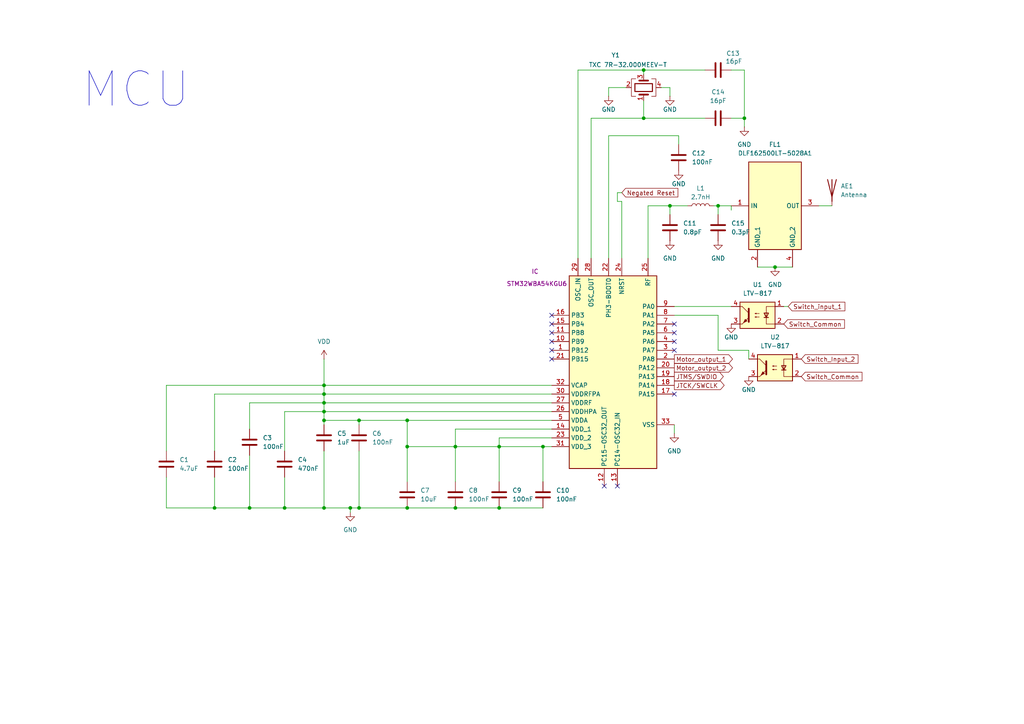
<source format=kicad_sch>
(kicad_sch (version 20231120) (generator "eeschema") (generator_version "8.0")
  (paper "A4")
  (lib_symbols
    (symbol "DLF162500LT-5028A1:DLF162500LT-5028A1"
      (property "Reference" "FL" (at 21.59 17.78 0))
      (property "Value" "DLF162500LT-5028A1" (at 21.59 15.24 0))
      (symbol "DLF162500LT-5028A1_1_1"
        (rectangle (start 5.08 12.7) (end 20.32 -12.7) (stroke (width 0.254)) (fill (type background)))
        (pin passive line (at 0 0 0) (length 5.08) (name "IN") (number "1"))
        (pin passive line (at 7.62 -17.78 90) (length 5.08) (name "GND_1") (number "2"))
        (pin passive line (at 25.4 0 180) (length 5.08) (name "OUT") (number "3"))
        (pin passive line (at 17.78 -17.78 90) (length 5.08) (name "GND_2") (number "4"))
      )
    )
    (symbol "Device:Antenna" (pin_numbers hide) (pin_names (offset 1.016) hide)
      (property "Reference" "AE" (at -1.905 1.905 0))
      (property "Value" "Antenna" (at -1.905 0 0))
      (symbol "Antenna_0_1"
        (polyline (pts (xy 0 2.54) (xy 0 -3.81)) (stroke (width 0.254)))
        (polyline (pts (xy 1.27 2.54) (xy 0 -2.54) (xy -1.27 2.54)) (stroke (width 0.254)))
      )
      (symbol "Antenna_1_1"
        (pin input line (at 0 -5.08 90) (length 2.54) (name "A") (number "1"))
      )
    )
    (symbol "Device:C" (pin_numbers hide) (pin_names (offset 0.254))
      (property "Reference" "C" (at 0.635 2.54 0))
      (property "Value" "C" (at 0.635 -2.54 0))
      (symbol "C_0_1"
        (polyline (pts (xy -2.032 -0.762) (xy 2.032 -0.762)) (stroke (width 0.508)))
        (polyline (pts (xy -2.032 0.762) (xy 2.032 0.762)) (stroke (width 0.508)))
      )
      (symbol "C_1_1"
        (pin passive line (at 0 3.81 270) (length 2.794) (name "~") (number "1"))
        (pin passive line (at 0 -3.81 90) (length 2.794) (name "~") (number "2"))
      )
    )
    (symbol "Device:Crystal_GND24" (pin_names (offset 1.016) hide)
      (property "Reference" "Y" (at 3.175 5.08 0))
      (property "Value" "Crystal_GND24" (at 3.175 3.175 0))
      (symbol "Crystal_GND24_0_1"
        (rectangle (start -1.143 2.54) (end 1.143 -2.54) (stroke (width 0.3048)))
        (polyline (pts (xy -2.54 0) (xy -2.032 0)))
        (polyline (pts (xy -2.032 -1.27) (xy -2.032 1.27)) (stroke (width 0.508)))
        (polyline (pts (xy 0 -3.81) (xy 0 -3.556)))
        (polyline (pts (xy 0 3.556) (xy 0 3.81)))
        (polyline (pts (xy 2.032 -1.27) (xy 2.032 1.27)) (stroke (width 0.508)))
        (polyline (pts (xy 2.032 0) (xy 2.54 0)))
        (polyline (pts (xy -2.54 -2.286) (xy -2.54 -3.556) (xy 2.54 -3.556) (xy 2.54 -2.286)))
        (polyline (pts (xy -2.54 2.286) (xy -2.54 3.556) (xy 2.54 3.556) (xy 2.54 2.286)))
      )
      (symbol "Crystal_GND24_1_1"
        (pin passive line (at -3.81 0 0) (length 1.27) (name "1") (number "1"))
        (pin passive line (at 0 5.08 270) (length 1.27) (name "2") (number "2"))
        (pin passive line (at 3.81 0 180) (length 1.27) (name "3") (number "3"))
        (pin passive line (at 0 -5.08 90) (length 1.27) (name "4") (number "4"))
      )
    )
    (symbol "Device:L" (pin_numbers hide) (pin_names (offset 1.016) hide)
      (property "Reference" "L" (at -1.27 0 90))
      (property "Value" "L" (at 1.905 0 90))
      (symbol "L_0_1"
        (arc (start 0 -2.54) (mid 0.6323 -1.905) (end 0 -1.27))
        (arc (start 0 -1.27) (mid 0.6323 -0.635) (end 0 0))
        (arc (start 0 0) (mid 0.6323 0.635) (end 0 1.27))
        (arc (start 0 1.27) (mid 0.6323 1.905) (end 0 2.54))
      )
      (symbol "L_1_1"
        (pin passive line (at 0 3.81 270) (length 1.27) (name "1") (number "1"))
        (pin passive line (at 0 -3.81 90) (length 1.27) (name "2") (number "2"))
      )
    )
    (symbol "Isolator:LTV-817" (pin_names (offset 1.016))
      (property "Reference" "U" (at -5.08 5.08 0))
      (property "Value" "LTV-817" (at 0 5.08 0))
      (symbol "LTV-817_0_1"
        (rectangle (start -5.08 3.81) (end 5.08 -3.81) (stroke (width 0.254)) (fill (type background)))
        (polyline (pts (xy -3.175 -0.635) (xy -1.905 -0.635)) (stroke (width 0.254)))
        (polyline (pts (xy 2.54 0.635) (xy 4.445 2.54)))
        (polyline (pts (xy 4.445 -2.54) (xy 2.54 -0.635)) (fill (type outline)))
        (polyline (pts (xy 4.445 -2.54) (xy 5.08 -2.54)))
        (polyline (pts (xy 4.445 2.54) (xy 5.08 2.54)))
        (polyline (pts (xy -5.08 2.54) (xy -2.54 2.54) (xy -2.54 -0.762)))
        (polyline (pts (xy -2.54 -0.635) (xy -2.54 -2.54) (xy -5.08 -2.54)))
        (polyline (pts (xy 2.54 1.905) (xy 2.54 -1.905) (xy 2.54 -1.905)) (stroke (width 0.508)))
        (polyline (pts (xy -2.54 -0.635) (xy -3.175 0.635) (xy -1.905 0.635) (xy -2.54 -0.635)) (stroke (width 0.254)))
        (polyline (pts (xy -0.508 -0.508) (xy 0.762 -0.508) (xy 0.381 -0.635) (xy 0.381 -0.381) (xy 0.762 -0.508)))
        (polyline (pts (xy -0.508 0.508) (xy 0.762 0.508) (xy 0.381 0.381) (xy 0.381 0.635) (xy 0.762 0.508)))
        (polyline (pts (xy 3.048 -1.651) (xy 3.556 -1.143) (xy 4.064 -2.159) (xy 3.048 -1.651) (xy 3.048 -1.651)) (fill (type outline)))
      )
      (symbol "LTV-817_1_1"
        (pin passive line (at -7.62 2.54 0) (length 2.54) (name "~") (number "1"))
        (pin passive line (at -7.62 -2.54 0) (length 2.54) (name "~") (number "2"))
        (pin passive line (at 7.62 -2.54 180) (length 2.54) (name "~") (number "3"))
        (pin passive line (at 7.62 2.54 180) (length 2.54) (name "~") (number "4"))
      )
    )
    (symbol "STM32WBA54KGU6:STM32WBA54KGU6"
      (property "Reference" "IC" (at 31.75 20.32 0))
      (property "Value" "STM32WBA54KGU6" (at 31.75 17.78 0))
      (symbol "STM32WBA54KGU6_1_1"
        (rectangle (start 5.08 15.24) (end 30.48 -40.64) (stroke (width 0.254)) (fill (type background)))
        (pin passive line (at 0 -6.35 0) (length 5.08) (name "PB12") (number "1"))
        (pin passive line (at 0 -3.81 0) (length 5.08) (name "PB9") (number "10"))
        (pin passive line (at 0 -1.27 0) (length 5.08) (name "PB8") (number "11"))
        (pin passive line (at 15.24 -45.72 90) (length 5.08) (name "PC15-OSC32_OUT") (number "12"))
        (pin passive line (at 19.05 -45.72 90) (length 5.08) (name "PC14-OSC32_IN") (number "13"))
        (pin input line (at 0 -29.21 0) (length 5.08) (name "VDD_1") (number "14"))
        (pin passive line (at 0 1.27 0) (length 5.08) (name "PB4") (number "15"))
        (pin passive line (at 0 3.81 0) (length 5.08) (name "PB3") (number "16"))
        (pin passive line (at 35.56 -19.05 180) (length 5.08) (name "PA15") (number "17"))
        (pin passive line (at 35.56 -16.51 180) (length 5.08) (name "PA14") (number "18"))
        (pin passive line (at 35.56 -13.97 180) (length 5.08) (name "PA13") (number "19"))
        (pin passive line (at 35.56 -8.89 180) (length 5.08) (name "PA8") (number "2"))
        (pin passive line (at 35.56 -11.43 180) (length 5.08) (name "PA12") (number "20"))
        (pin passive line (at 0 -8.89 0) (length 5.08) (name "PB15") (number "21"))
        (pin passive line (at 16.51 20.32 270) (length 5.08) (name "PH3-BOOT0") (number "22"))
        (pin input line (at 0 -31.75 0) (length 5.08) (name "VDD_2") (number "23"))
        (pin passive line (at 20.32 20.32 270) (length 5.08) (name "NRST") (number "24"))
        (pin passive line (at 27.94 20.32 270) (length 5.08) (name "RF") (number "25"))
        (pin input line (at 0 -24.13 0) (length 5.08) (name "VDDHPA") (number "26"))
        (pin input line (at 0 -21.59 0) (length 5.08) (name "VDDRF") (number "27"))
        (pin passive line (at 11.43 20.32 270) (length 5.08) (name "OSC_OUT") (number "28"))
        (pin passive line (at 7.62 20.32 270) (length 5.08) (name "OSC_IN") (number "29"))
        (pin passive line (at 35.56 -6.35 180) (length 5.08) (name "PA7") (number "3"))
        (pin input line (at 0 -19.05 0) (length 5.08) (name "VDDRFPA") (number "30"))
        (pin input line (at 0 -34.29 0) (length 5.08) (name "VDD_3") (number "31"))
        (pin input line (at 0 -16.51 0) (length 5.08) (name "VCAP") (number "32"))
        (pin power_in line (at 35.56 -27.94 180) (length 5.08) (name "VSS") (number "33"))
        (pin passive line (at 35.56 -3.81 180) (length 5.08) (name "PA6") (number "4"))
        (pin input line (at 0 -26.67 0) (length 5.08) (name "VDDA") (number "5"))
        (pin passive line (at 35.56 -1.27 180) (length 5.08) (name "PA5") (number "6"))
        (pin passive line (at 35.56 1.27 180) (length 5.08) (name "PA2") (number "7"))
        (pin passive line (at 35.56 3.81 180) (length 5.08) (name "PA1") (number "8"))
        (pin passive line (at 35.56 6.35 180) (length 5.08) (name "PA0") (number "9"))
      )
    )
    (symbol "power:GND" (power) (pin_numbers hide) (pin_names (offset 0) hide)
      (property "Value" "GND" (at 0 -3.81 0))
      (symbol "GND_0_1"
        (polyline (pts (xy 0 0) (xy 0 -1.27) (xy 1.27 -1.27) (xy 0 -2.54) (xy -1.27 -1.27) (xy 0 -1.27)))
      )
      (symbol "GND_1_1"
        (pin power_in line (at 0 0 270) (length 0) (name "~") (number "1"))
      )
    )
    (symbol "power:VDD" (power) (pin_numbers hide) (pin_names (offset 0) hide)
      (property "Value" "VDD" (at 0 3.556 0))
      (symbol "VDD_0_1"
        (polyline (pts (xy -0.762 1.27) (xy 0 2.54)))
        (polyline (pts (xy 0 0) (xy 0 2.54)))
        (polyline (pts (xy 0 2.54) (xy 0.762 1.27)))
      )
      (symbol "VDD_1_1"
        (pin power_in line (at 0 0 90) (length 0) (name "~") (number "1"))
      )
    )
  )
  (junction (at 118.11 147.32))
  (junction (at 72.39 147.32))
  (junction (at 186.69 34.29))
  (junction (at 104.14 121.92))
  (junction (at 157.48 129.54))
  (junction (at 118.11 121.92))
  (junction (at 224.79 77.47))
  (junction (at 93.98 121.92))
  (junction (at 132.08 147.32))
  (junction (at 82.55 147.32))
  (junction (at 101.6 147.32))
  (junction (at 208.28 59.69))
  (junction (at 194.31 59.69))
  (junction (at 186.69 20.32))
  (junction (at 104.14 147.32))
  (junction (at 62.23 147.32))
  (junction (at 93.98 111.76))
  (junction (at 93.98 119.38))
  (junction (at 118.11 129.54))
  (junction (at 132.08 129.54))
  (junction (at 93.98 114.3))
  (junction (at 215.9 34.29))
  (junction (at 93.98 147.32))
  (junction (at 144.78 147.32))
  (junction (at 93.98 116.84))
  (junction (at 144.78 129.54))
  (no_connect (at 160.02 99.06))
  (no_connect (at 195.58 114.3))
  (no_connect (at 160.02 93.98))
  (no_connect (at 195.58 99.06))
  (no_connect (at 195.58 101.6))
  (no_connect (at 160.02 104.14))
  (no_connect (at 195.58 93.98))
  (no_connect (at 175.26 140.97))
  (no_connect (at 179.07 140.97))
  (no_connect (at 160.02 101.6))
  (no_connect (at 160.02 96.52))
  (no_connect (at 195.58 96.52))
  (no_connect (at 160.02 91.44))
  (wire (pts (xy 176.53 39.37) (xy 196.85 39.37)))
  (wire (pts (xy 104.14 130.81) (xy 104.14 147.32)))
  (wire (pts (xy 208.28 59.69) (xy 212.09 59.69)))
  (wire (pts (xy 132.08 124.46) (xy 132.08 129.54)))
  (wire (pts (xy 217.17 101.6) (xy 217.17 104.14)))
  (wire (pts (xy 72.39 132.08) (xy 72.39 147.32)))
  (wire (pts (xy 62.23 130.81) (xy 62.23 114.3)))
  (wire (pts (xy 72.39 116.84) (xy 93.98 116.84)))
  (wire (pts (xy 195.58 123.19) (xy 195.58 125.73)))
  (wire (pts (xy 82.55 147.32) (xy 93.98 147.32)))
  (wire (pts (xy 212.09 34.29) (xy 215.9 34.29)))
  (wire (pts (xy 160.02 129.54) (xy 157.48 129.54)))
  (wire (pts (xy 93.98 130.81) (xy 93.98 147.32)))
  (wire (pts (xy 196.85 39.37) (xy 196.85 41.91)))
  (wire (pts (xy 118.11 121.92) (xy 160.02 121.92)))
  (wire (pts (xy 167.64 20.32) (xy 167.64 74.93)))
  (wire (pts (xy 160.02 124.46) (xy 132.08 124.46)))
  (wire (pts (xy 195.58 88.9) (xy 212.09 88.9)))
  (wire (pts (xy 48.26 138.43) (xy 48.26 147.32)))
  (wire (pts (xy 132.08 129.54) (xy 144.78 129.54)))
  (wire (pts (xy 186.69 20.32) (xy 167.64 20.32)))
  (wire (pts (xy 212.09 20.32) (xy 215.9 20.32)))
  (wire (pts (xy 93.98 119.38) (xy 93.98 121.92)))
  (wire (pts (xy 180.34 58.42) (xy 180.34 74.93)))
  (wire (pts (xy 101.6 147.32) (xy 101.6 148.59)))
  (wire (pts (xy 93.98 123.19) (xy 93.98 121.92)))
  (wire (pts (xy 118.11 139.7) (xy 118.11 129.54)))
  (wire (pts (xy 157.48 129.54) (xy 157.48 139.7)))
  (wire (pts (xy 195.58 91.44) (xy 208.28 91.44)))
  (wire (pts (xy 82.55 119.38) (xy 82.55 130.81)))
  (wire (pts (xy 208.28 59.69) (xy 208.28 62.23)))
  (wire (pts (xy 62.23 138.43) (xy 62.23 147.32)))
  (wire (pts (xy 82.55 119.38) (xy 93.98 119.38)))
  (wire (pts (xy 215.9 34.29) (xy 215.9 36.83)))
  (wire (pts (xy 118.11 147.32) (xy 132.08 147.32)))
  (wire (pts (xy 187.96 59.69) (xy 187.96 74.93)))
  (wire (pts (xy 171.45 34.29) (xy 186.69 34.29)))
  (wire (pts (xy 62.23 147.32) (xy 72.39 147.32)))
  (wire (pts (xy 48.26 111.76) (xy 48.26 130.81)))
  (wire (pts (xy 181.61 25.4) (xy 176.53 25.4)))
  (wire (pts (xy 62.23 114.3) (xy 93.98 114.3)))
  (wire (pts (xy 144.78 129.54) (xy 157.48 129.54)))
  (wire (pts (xy 93.98 116.84) (xy 160.02 116.84)))
  (wire (pts (xy 72.39 124.46) (xy 72.39 116.84)))
  (wire (pts (xy 118.11 121.92) (xy 118.11 129.54)))
  (wire (pts (xy 104.14 121.92) (xy 104.14 123.19)))
  (wire (pts (xy 144.78 147.32) (xy 157.48 147.32)))
  (wire (pts (xy 48.26 147.32) (xy 62.23 147.32)))
  (wire (pts (xy 180.34 55.88) (xy 179.07 55.88)))
  (wire (pts (xy 132.08 129.54) (xy 132.08 139.7)))
  (wire (pts (xy 207.01 59.69) (xy 208.28 59.69)))
  (wire (pts (xy 118.11 147.32) (xy 104.14 147.32)))
  (wire (pts (xy 132.08 147.32) (xy 144.78 147.32)))
  (wire (pts (xy 104.14 147.32) (xy 101.6 147.32)))
  (wire (pts (xy 227.33 88.9) (xy 228.6 88.9)))
  (wire (pts (xy 187.96 59.69) (xy 194.31 59.69)))
  (wire (pts (xy 72.39 147.32) (xy 82.55 147.32)))
  (wire (pts (xy 212.09 60.96) (xy 212.09 59.69)))
  (wire (pts (xy 93.98 119.38) (xy 160.02 119.38)))
  (wire (pts (xy 93.98 116.84) (xy 93.98 119.38)))
  (wire (pts (xy 171.45 34.29) (xy 171.45 74.93)))
  (wire (pts (xy 186.69 20.32) (xy 204.47 20.32)))
  (wire (pts (xy 93.98 114.3) (xy 93.98 116.84)))
  (wire (pts (xy 93.98 147.32) (xy 101.6 147.32)))
  (wire (pts (xy 194.31 59.69) (xy 194.31 62.23)))
  (wire (pts (xy 208.28 91.44) (xy 208.28 101.6)))
  (wire (pts (xy 118.11 129.54) (xy 132.08 129.54)))
  (wire (pts (xy 194.31 25.4) (xy 194.31 27.94)))
  (wire (pts (xy 208.28 101.6) (xy 217.17 101.6)))
  (wire (pts (xy 93.98 111.76) (xy 93.98 114.3)))
  (wire (pts (xy 237.49 59.69) (xy 241.3 59.69)))
  (wire (pts (xy 82.55 138.43) (xy 82.55 147.32)))
  (wire (pts (xy 144.78 129.54) (xy 144.78 139.7)))
  (wire (pts (xy 48.26 111.76) (xy 93.98 111.76)))
  (wire (pts (xy 215.9 20.32) (xy 215.9 34.29)))
  (wire (pts (xy 160.02 127) (xy 144.78 127)))
  (wire (pts (xy 219.71 77.47) (xy 224.79 77.47)))
  (wire (pts (xy 224.79 77.47) (xy 229.87 77.47)))
  (wire (pts (xy 93.98 104.14) (xy 93.98 111.76)))
  (wire (pts (xy 93.98 111.76) (xy 160.02 111.76)))
  (wire (pts (xy 93.98 121.92) (xy 104.14 121.92)))
  (wire (pts (xy 176.53 25.4) (xy 176.53 27.94)))
  (wire (pts (xy 186.69 21.59) (xy 186.69 20.32)))
  (wire (pts (xy 186.69 34.29) (xy 204.47 34.29)))
  (wire (pts (xy 179.07 55.88) (xy 179.07 58.42)))
  (wire (pts (xy 93.98 114.3) (xy 160.02 114.3)))
  (wire (pts (xy 104.14 121.92) (xy 118.11 121.92)))
  (wire (pts (xy 144.78 127) (xy 144.78 129.54)))
  (wire (pts (xy 176.53 39.37) (xy 176.53 74.93)))
  (wire (pts (xy 186.69 34.29) (xy 186.69 29.21)))
  (wire (pts (xy 179.07 58.42) (xy 180.34 58.42)))
  (wire (pts (xy 194.31 59.69) (xy 199.39 59.69)))
  (wire (pts (xy 191.77 25.4) (xy 194.31 25.4)))
  (text "MCU" (at 23.368 32.004 0) (effects (font (size 10 10)) (justify left bottom)))
  (global_label "Switch_Common" (shape input) (at 227.33 93.98 0) (property "Intersheetrefs" "${INTERSHEET_REFS}" (effects (hide yes))))
  (global_label "Switch_input_1" (shape input) (at 228.6 88.9 0) (property "Intersheetrefs" "${INTERSHEET_REFS}" (effects (hide yes))))
  (global_label "Motor_output_1" (shape output) (at 195.58 104.14 0) (property "Intersheetrefs" "${INTERSHEET_REFS}" (effects (hide yes))))
  (global_label "Switch_Common" (shape input) (at 232.41 109.22 0) (property "Intersheetrefs" "${INTERSHEET_REFS}" (effects (hide yes))))
  (global_label "Switch_Input_2" (shape input) (at 232.41 104.14 0) (property "Intersheetrefs" "${INTERSHEET_REFS}" (effects (hide yes))))
  (global_label "JTCK{slash}SWCLK" (shape output) (at 195.58 111.76 0) (property "Intersheetrefs" "${INTERSHEET_REFS}" (effects (hide yes))))
  (global_label "JTMS{slash}SWDIO" (shape output) (at 195.58 109.22 0) (property "Intersheetrefs" "${INTERSHEET_REFS}" (effects (hide yes))))
  (global_label "Negated Reset" (shape input) (at 180.34 55.88 0) (property "Intersheetrefs" "${INTERSHEET_REFS}" (effects (hide yes))))
  (global_label "Motor_output_2" (shape output) (at 195.58 106.68 0) (property "Intersheetrefs" "${INTERSHEET_REFS}" (effects (hide yes))))
  (symbol (lib_id "power:GND") (at 196.85 49.53 0) (unit 1)
    (property "Reference" "#PWR07" (effects (hide yes)))
    (property "Value" "GND" (at 196.85 53.34 0))
    (property "Description" "Power symbol creates a global label with name \"GND\" , ground" (effects (hide yes)))
  )
  (symbol (lib_id "Device:C") (at 93.98 127 0) (unit 1)
    (property "Reference" "C5" (at 97.79 125.7299 0) (effects (justify left)))
    (property "Value" "1uF" (at 97.79 128.2699 0) (effects (justify left)))
    (property "Footprint" "Capacitor_SMD:C_0201_0603Metric" (effects (hide yes)))
    (property "Description" "Unpolarized capacitor" (effects (hide yes)))
  )
  (symbol (lib_id "Device:C") (at 82.55 134.62 0) (unit 1)
    (property "Reference" "C4" (at 86.36 133.3499 0) (effects (justify left)))
    (property "Value" "470nF" (at 86.36 135.8899 0) (effects (justify left)))
    (property "Footprint" "Capacitor_SMD:C_0201_0603Metric" (effects (hide yes)))
    (property "Description" "Unpolarized capacitor" (effects (hide yes)))
  )
  (symbol (lib_id "Device:C") (at 194.31 66.04 0) (unit 1)
    (property "Reference" "C11" (at 198.12 64.7699 0) (effects (justify left)))
    (property "Value" "0.8pF" (at 198.12 67.3099 0) (effects (justify left)))
    (property "Footprint" "Capacitor_SMD:C_0201_0603Metric" (effects (hide yes)))
    (property "Description" "Unpolarized capacitor" (effects (hide yes)))
  )
  (symbol (lib_id "Device:C") (at 208.28 20.32 270) (unit 1)
    (property "Reference" "C13" (at 212.598 15.494 90))
    (property "Value" "16pF" (at 212.852 17.78 90))
    (property "Footprint" "Capacitor_SMD:C_0201_0603Metric" (effects (hide yes)))
    (property "Description" "Unpolarized capacitor" (effects (hide yes)))
  )
  (symbol (lib_id "power:GND") (at 217.17 109.22 0) (unit 1)
    (property "Reference" "#PWR011" (effects (hide yes)))
    (property "Value" "GND" (at 217.17 113.03 0))
    (property "Description" "Power symbol creates a global label with name \"GND\" , ground" (effects (hide yes)))
  )
  (symbol (lib_id "power:GND") (at 195.58 125.73 0) (unit 1)
    (property "Reference" "#PWR06" (effects (hide yes)))
    (property "Value" "GND" (at 195.58 130.81 0))
    (property "Description" "Power symbol creates a global label with name \"GND\" , ground" (effects (hide yes)))
  )
  (symbol (lib_id "Device:C") (at 144.78 143.51 0) (unit 1)
    (property "Reference" "C9" (at 148.59 142.2399 0) (effects (justify left)))
    (property "Value" "100nF" (at 148.59 144.7799 0) (effects (justify left)))
    (property "Footprint" "Capacitor_SMD:C_0201_0603Metric" (effects (hide yes)))
    (property "Description" "Unpolarized capacitor" (effects (hide yes)))
  )
  (symbol (lib_id "power:GND") (at 194.31 69.85 0) (unit 1)
    (property "Reference" "#PWR05" (effects (hide yes)))
    (property "Value" "GND" (at 194.31 74.93 0))
    (property "Description" "Power symbol creates a global label with name \"GND\" , ground" (effects (hide yes)))
  )
  (symbol (lib_id "Device:C") (at 157.48 143.51 0) (unit 1)
    (property "Reference" "C10" (at 161.29 142.2399 0) (effects (justify left)))
    (property "Value" "100nF" (at 161.29 144.7799 0) (effects (justify left)))
    (property "Footprint" "Capacitor_SMD:C_0201_0603Metric" (effects (hide yes)))
    (property "Description" "Unpolarized capacitor" (effects (hide yes)))
  )
  (symbol (lib_id "Device:C") (at 62.23 134.62 0) (unit 1)
    (property "Reference" "C2" (at 66.04 133.3499 0) (effects (justify left)))
    (property "Value" "100nF" (at 66.04 135.8899 0) (effects (justify left)))
    (property "Footprint" "Capacitor_SMD:C_0201_0603Metric" (effects (hide yes)))
    (property "Description" "Unpolarized capacitor" (effects (hide yes)))
  )
  (symbol (lib_id "Device:Crystal_GND24") (at 186.69 25.4 90) (unit 1)
    (property "Reference" "Y1" (at 178.562 16.002 90))
    (property "Value" "TXC 7R-32.000MEEV-T" (at 182.118 18.796 90))
    (property "Footprint" "Sterownik_roletyLibrary:TXC 7R-32.000MEEV-T" (effects (hide yes)))
    (property "Description" "Four pin crystal, GND on pins 2 and 4" (effects (hide yes)))
  )
  (symbol (lib_id "Device:C") (at 48.26 134.62 0) (unit 1)
    (property "Reference" "C1" (at 52.07 133.3499 0) (effects (justify left)))
    (property "Value" "4.7uF" (at 52.07 135.8899 0) (effects (justify left)))
    (property "Footprint" "Capacitor_SMD:C_0201_0603Metric" (effects (hide yes)))
    (property "Description" "Unpolarized capacitor" (effects (hide yes)))
  )
  (symbol (lib_id "Device:C") (at 118.11 143.51 0) (unit 1)
    (property "Reference" "C7" (at 121.92 142.2399 0) (effects (justify left)))
    (property "Value" "10uF" (at 121.92 144.7799 0) (effects (justify left)))
    (property "Footprint" "Capacitor_SMD:C_0201_0603Metric" (effects (hide yes)))
    (property "Description" "Unpolarized capacitor" (effects (hide yes)))
  )
  (symbol (lib_id "power:GND") (at 101.6 148.59 0) (unit 1)
    (property "Reference" "#PWR02" (effects (hide yes)))
    (property "Value" "GND" (at 101.6 153.67 0))
    (property "Description" "Power symbol creates a global label with name \"GND\" , ground" (effects (hide yes)))
  )
  (symbol (lib_id "power:GND") (at 194.31 27.94 0) (unit 1)
    (property "Reference" "#PWR04" (effects (hide yes)))
    (property "Value" "GND" (at 194.31 31.75 0))
    (property "Description" "Power symbol creates a global label with name \"GND\" , ground" (effects (hide yes)))
  )
  (symbol (lib_id "DLF162500LT-5028A1:DLF162500LT-5028A1") (at 212.09 59.69 0) (unit 1)
    (property "Reference" "FL1" (at 224.79 41.91 0))
    (property "Value" "DLF162500LT-5028A1" (at 224.79 44.45 0))
    (property "Footprint" "Sterownik_roletyLibrary:DLF162500LT5028A1" (effects (hide yes)))
    (property "Datasheet" "https://product.tdk.com/system/files/dam/doc/product/rf/rf/filter/catalog/rf_lpf_dlf162500lt-5028a1_en.pdf" (effects (hide yes)))
    (property "Description" "Signal Conditioning LTCC LOW PASS FLTR 2400-2500MHz" (effects (hide yes)))
    (property "Height" "0.4" (effects (hide yes)))
    (property "Mouser Part Number" "810-DLF16250LT5028A1" (effects (hide yes)))
    (property "Mouser Price/Stock" "https://www.mouser.co.uk/ProductDetail/TDK/DLF162500LT-5028A1?qs=U%2FZX79kHR%2FlwIbAISCs3qA%3D%3D" (effects (hide yes)))
    (property "Manufacturer_Name" "TDK" (effects (hide yes)))
    (property "Manufacturer_Part_Number" "DLF162500LT-5028A1" (effects (hide yes)))
  )
  (symbol (lib_id "Isolator:LTV-817") (at 224.79 106.68 0) (mirror y) (unit 1)
    (property "Reference" "U2" (at 224.79 97.79 0))
    (property "Value" "LTV-817" (at 224.79 100.33 0))
    (property "Footprint" "Package_DIP:DIP-4_W7.62mm" (effects (hide yes)))
    (property "Datasheet" "http://www.us.liteon.com/downloads/LTV-817-827-847.PDF" (effects (hide yes)))
    (property "Description" "DC Optocoupler, Vce 35V, CTR 50%, DIP-4" (effects (hide yes)))
  )
  (symbol (lib_id "Device:C") (at 132.08 143.51 0) (unit 1)
    (property "Reference" "C8" (at 135.89 142.2399 0) (effects (justify left)))
    (property "Value" "100nF" (at 135.89 144.7799 0) (effects (justify left)))
    (property "Footprint" "Capacitor_SMD:C_0201_0603Metric" (effects (hide yes)))
    (property "Description" "Unpolarized capacitor" (effects (hide yes)))
  )
  (symbol (lib_id "Device:C") (at 208.28 34.29 270) (unit 1)
    (property "Reference" "C14" (at 208.28 26.67 90))
    (property "Value" "16pF" (at 208.28 29.21 90))
    (property "Footprint" "Capacitor_SMD:C_0201_0603Metric" (effects (hide yes)))
    (property "Description" "Unpolarized capacitor" (effects (hide yes)))
  )
  (symbol (lib_id "Device:Antenna") (at 241.3 54.61 0) (unit 1)
    (property "Reference" "AE1" (at 243.84 53.9749 0) (effects (justify left)))
    (property "Value" "Antenna" (at 243.84 56.5149 0) (effects (justify left)))
    (property "Description" "Antenna" (effects (hide yes)))
  )
  (symbol (lib_id "Device:L") (at 203.2 59.69 90) (unit 1)
    (property "Reference" "L1" (at 203.2 54.61 90))
    (property "Value" "2.7nH" (at 203.2 57.15 90))
    (property "Footprint" "Inductor_SMD:L_0201_0603Metric" (effects (hide yes)))
    (property "Description" "Inductor" (effects (hide yes)))
  )
  (symbol (lib_id "power:GND") (at 176.53 27.94 0) (unit 1)
    (property "Reference" "#PWR03" (effects (hide yes)))
    (property "Value" "GND" (at 176.53 31.75 0))
    (property "Description" "Power symbol creates a global label with name \"GND\" , ground" (effects (hide yes)))
  )
  (symbol (lib_id "Device:C") (at 72.39 128.27 0) (unit 1)
    (property "Reference" "C3" (at 76.2 126.9999 0) (effects (justify left)))
    (property "Value" "100nF" (at 76.2 129.5399 0) (effects (justify left)))
    (property "Footprint" "Capacitor_SMD:C_0201_0603Metric" (effects (hide yes)))
    (property "Description" "Unpolarized capacitor" (effects (hide yes)))
  )
  (symbol (lib_id "power:GND") (at 224.79 77.47 0) (unit 1)
    (property "Reference" "#PWR012" (effects (hide yes)))
    (property "Value" "GND" (at 224.79 82.55 0))
    (property "Description" "Power symbol creates a global label with name \"GND\" , ground" (effects (hide yes)))
  )
  (symbol (lib_id "power:GND") (at 215.9 36.83 0) (unit 1)
    (property "Reference" "#PWR010" (effects (hide yes)))
    (property "Value" "GND" (at 215.9 41.91 0))
    (property "Description" "Power symbol creates a global label with name \"GND\" , ground" (effects (hide yes)))
  )
  (symbol (lib_id "power:GND") (at 212.09 93.98 0) (unit 1)
    (property "Reference" "#PWR09" (effects (hide yes)))
    (property "Value" "GND" (at 212.09 97.79 0))
    (property "Description" "Power symbol creates a global label with name \"GND\" , ground" (effects (hide yes)))
  )
  (symbol (lib_id "STM32WBA54KGU6:STM32WBA54KGU6") (at 160.02 95.25 0) (unit 1)
    (property "Reference" "111111111" (effects (hide yes)))
    (property "Value" "STM32WBA54KGU6" (effects (hide yes)))
    (property "Footprint" "Sterownik_roletyLibrary:QFN50P500X500X60-33N-D" (effects (hide yes)))
    (property "Datasheet" "https://www.st.com/resource/en/datasheet/stm32wba52ce.pdf" (effects (hide yes)))
    (property "Description" "Wireless Arm Cortex-M33 Trust Zone MCU 100 MHz with 1 Mbyte of Flash memory, Bluetooth LE 5.4, 802.15.4, Zigbee" (effects (hide yes)))
    (property "Reference_1" "IC" (at 155.194 78.74 0))
    (property "Value_1" "STM32WBA54KGU6" (at 155.702 82.296 0))
    (property "Footprint_1" "QFN50P500X500X60-33N-D" (effects (hide yes)))
    (property "Datasheet_1" "https://www.st.com/resource/en/datasheet/stm32wba52ce.pdf" (effects (hide yes)))
    (property "Height" "0.6" (effects (hide yes)))
    (property "Mouser Part Number" "511-STM32WBA54KGU6" (effects (hide yes)))
    (property "Mouser Price/Stock" "https://www.mouser.co.uk/ProductDetail/STMicroelectronics/STM32WBA54KGU6?qs=Z%252BL2brAPG1JAa6VTqSppyg%3D%3D" (effects (hide yes)))
    (property "Manufacturer_Name" "STMicroelectronics" (effects (hide yes)))
    (property "Manufacturer_Part_Number" "STM32WBA54KGU6" (effects (hide yes)))
  )
  (symbol (lib_id "Device:C") (at 104.14 127 0) (unit 1)
    (property "Reference" "C6" (at 107.95 125.7299 0) (effects (justify left)))
    (property "Value" "100nF" (at 107.95 128.2699 0) (effects (justify left)))
    (property "Footprint" "Capacitor_SMD:C_0201_0603Metric" (effects (hide yes)))
    (property "Description" "Unpolarized capacitor" (effects (hide yes)))
  )
  (symbol (lib_id "Isolator:LTV-817") (at 219.71 91.44 0) (mirror y) (unit 1)
    (property "Reference" "U1" (at 219.71 82.55 0))
    (property "Value" "LTV-817" (at 219.71 85.09 0))
    (property "Footprint" "Package_DIP:DIP-4_W7.62mm" (effects (hide yes)))
    (property "Datasheet" "http://www.us.liteon.com/downloads/LTV-817-827-847.PDF" (effects (hide yes)))
    (property "Description" "DC Optocoupler, Vce 35V, CTR 50%, DIP-4" (effects (hide yes)))
  )
  (symbol (lib_id "Device:C") (at 196.85 45.72 0) (unit 1)
    (property "Reference" "C12" (at 200.66 44.4499 0) (effects (justify left)))
    (property "Value" "100nF" (at 200.66 46.9899 0) (effects (justify left)))
    (property "Footprint" "Capacitor_SMD:C_0201_0603Metric" (effects (hide yes)))
    (property "Description" "Unpolarized capacitor" (effects (hide yes)))
  )
  (symbol (lib_id "power:VDD") (at 93.98 104.14 0) (unit 1)
    (property "Reference" "#PWR01" (effects (hide yes)))
    (property "Value" "VDD" (at 93.98 99.06 0))
    (property "Description" "Power symbol creates a global label with name \"VDD\"" (effects (hide yes)))
  )
  (symbol (lib_id "Device:C") (at 208.28 66.04 0) (unit 1)
    (property "Reference" "C15" (at 212.09 64.7699 0) (effects (justify left)))
    (property "Value" "0.3pF" (at 212.09 67.3099 0) (effects (justify left)))
    (property "Footprint" "Capacitor_SMD:C_0201_0603Metric" (effects (hide yes)))
    (property "Description" "Unpolarized capacitor" (effects (hide yes)))
  )
  (symbol (lib_id "power:GND") (at 208.28 69.85 0) (unit 1)
    (property "Reference" "#PWR08" (effects (hide yes)))
    (property "Value" "GND" (at 208.28 74.93 0))
    (property "Description" "Power symbol creates a global label with name \"GND\" , ground" (effects (hide yes)))
  )
)
</source>
